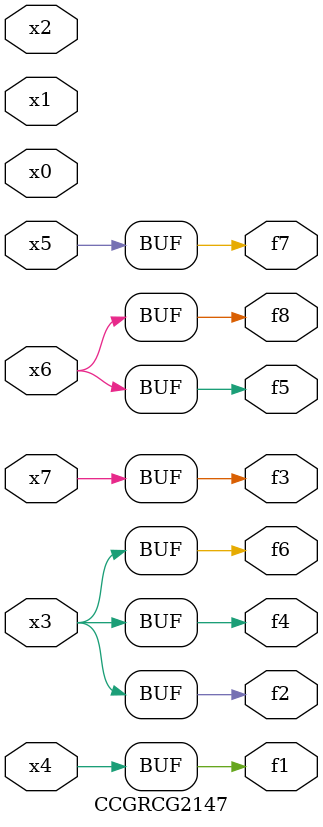
<source format=v>
module CCGRCG2147(
	input x0, x1, x2, x3, x4, x5, x6, x7,
	output f1, f2, f3, f4, f5, f6, f7, f8
);
	assign f1 = x4;
	assign f2 = x3;
	assign f3 = x7;
	assign f4 = x3;
	assign f5 = x6;
	assign f6 = x3;
	assign f7 = x5;
	assign f8 = x6;
endmodule

</source>
